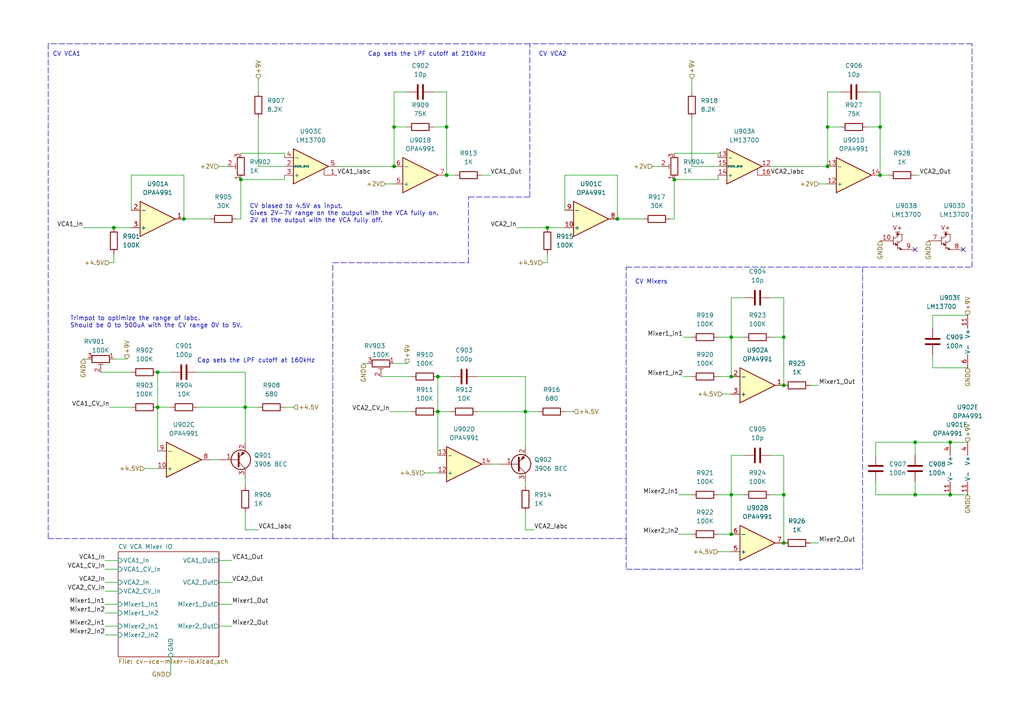
<source format=kicad_sch>
(kicad_sch (version 20211123) (generator eeschema)
  (paper "A4")
  (lib_symbols
    (symbol "Amplifier_Operational:LM13700" (pin_names (offset 0.127))
      (property "Reference" "U" (at 3.81 5.08 0))
      (property "Value" "LM13700" (at 5.08 -5.08 0))
      (symbol "LM13700_1_1"
        (polyline (pts (xy 3.81 -0.635) (xy 3.81 -2.54) (xy 5.08 -2.54)))
        (polyline (pts (xy 5.08 0) (xy -5.08 -5.08) (xy -5.08 5.08) (xy 5.08 0)) (stroke (width 0.254)) (fill (type background)))
        (pin output line (at 7.62 0 180) (length 2.54) (name "~") (number "12"))
        (pin input line (at -7.62 2.54 0) (length 2.54) (name "-") (number "13"))
        (pin input line (at -7.62 -2.54 0) (length 2.54) (name "+") (number "14"))
        (pin input line (at -7.62 0 0) (length 2.54) (name "DIODE_BIAS") (number "15"))
        (pin input line (at 7.62 -2.54 180) (length 2.54) (name "~") (number "16"))
      )
      (symbol "LM13700_2_0"
        (polyline (pts (xy -1.905 2.54) (xy -3.175 2.54)))
      )
      (symbol "LM13700_2_1"
        (circle (center -2.54 1.905) (radius 0.254) (stroke (width 0.254)) (fill (type outline)))
        (polyline (pts (xy -3.81 -0.635) (xy -2.54 -1.27)))
        (polyline (pts (xy -3.81 1.27) (xy -3.81 -1.27)))
        (polyline (pts (xy -2.54 -1.905) (xy -1.27 -2.54)))
        (polyline (pts (xy -2.54 0) (xy -2.54 -2.54)))
        (polyline (pts (xy -3.81 0.635) (xy -2.54 1.27) (xy -2.54 1.905) (xy -2.54 2.54)))
        (polyline (pts (xy -2.54 -1.27) (xy -3.175 -0.635) (xy -3.175 -1.27) (xy -2.54 -1.27)) (fill (type outline)))
        (polyline (pts (xy -2.54 -0.635) (xy -1.27 0) (xy -1.27 1.905) (xy -2.54 1.905)))
        (polyline (pts (xy -1.27 -2.54) (xy -1.905 -1.905) (xy -1.905 -2.54) (xy -1.27 -2.54)) (fill (type outline)))
        (text "V+" (at -2.54 3.81 0) (effects (font (size 1.27 1.27))))
        (pin input line (at -7.62 0 0) (length 3.81) (name "~") (number "10"))
        (pin output line (at 2.54 -2.54 180) (length 3.81) (name "~") (number "9"))
      )
      (symbol "LM13700_3_1"
        (polyline (pts (xy 3.81 -0.635) (xy 3.81 -2.54) (xy 5.08 -2.54)))
        (polyline (pts (xy 5.08 0) (xy -5.08 -5.08) (xy -5.08 5.08) (xy 5.08 0)) (stroke (width 0.254)) (fill (type background)))
        (pin input line (at 7.62 -2.54 180) (length 2.54) (name "~") (number "1"))
        (pin input line (at -7.62 0 0) (length 2.54) (name "DIODE_BIAS") (number "2"))
        (pin input line (at -7.62 -2.54 0) (length 2.54) (name "+") (number "3"))
        (pin input line (at -7.62 2.54 0) (length 2.54) (name "-") (number "4"))
        (pin output line (at 7.62 0 180) (length 2.54) (name "~") (number "5"))
      )
      (symbol "LM13700_4_0"
        (polyline (pts (xy -3.175 2.54) (xy -1.905 2.54)))
        (text "V+" (at -2.54 3.81 0) (effects (font (size 1.27 1.27))))
      )
      (symbol "LM13700_4_1"
        (circle (center -2.54 1.905) (radius 0.254) (stroke (width 0.254)) (fill (type outline)))
        (polyline (pts (xy -3.81 -0.635) (xy -2.54 -1.27)))
        (polyline (pts (xy -3.81 1.27) (xy -3.81 -1.27)))
        (polyline (pts (xy -2.54 -1.905) (xy -1.27 -2.54)))
        (polyline (pts (xy -2.54 0) (xy -2.54 -2.54)))
        (polyline (pts (xy -3.81 0.635) (xy -2.54 1.27) (xy -2.54 2.54)))
        (polyline (pts (xy -2.54 -1.27) (xy -3.175 -0.635) (xy -3.175 -1.27) (xy -2.54 -1.27)) (fill (type outline)))
        (polyline (pts (xy -2.54 -0.635) (xy -1.27 0) (xy -1.27 1.905) (xy -2.54 1.905)))
        (polyline (pts (xy -1.27 -2.54) (xy -1.905 -1.905) (xy -1.905 -2.54) (xy -1.27 -2.54)) (fill (type outline)))
        (pin input line (at -7.62 0 0) (length 3.81) (name "~") (number "7"))
        (pin output line (at 2.54 -2.54 180) (length 3.81) (name "~") (number "8"))
      )
      (symbol "LM13700_5_1"
        (pin power_in line (at -2.54 7.62 270) (length 3.81) (name "V+") (number "11"))
        (pin power_in line (at -2.54 -7.62 90) (length 3.81) (name "V-") (number "6"))
      )
    )
    (symbol "Amplifier_Operational:MCP6004" (pin_names (offset 0.127))
      (property "Reference" "U" (at 0 5.08 0))
      (property "Value" "MCP6004" (at 0 -5.08 0))
      (symbol "MCP6004_1_1"
        (polyline (pts (xy -5.08 5.08) (xy 5.08 0) (xy -5.08 -5.08) (xy -5.08 5.08)) (stroke (width 0.254)) (fill (type background)))
        (pin output line (at 7.62 0 180) (length 2.54) (name "~") (number "1"))
        (pin input line (at -7.62 -2.54 0) (length 2.54) (name "-") (number "2"))
        (pin input line (at -7.62 2.54 0) (length 2.54) (name "+") (number "3"))
      )
      (symbol "MCP6004_2_1"
        (polyline (pts (xy -5.08 5.08) (xy 5.08 0) (xy -5.08 -5.08) (xy -5.08 5.08)) (stroke (width 0.254)) (fill (type background)))
        (pin input line (at -7.62 2.54 0) (length 2.54) (name "+") (number "5"))
        (pin input line (at -7.62 -2.54 0) (length 2.54) (name "-") (number "6"))
        (pin output line (at 7.62 0 180) (length 2.54) (name "~") (number "7"))
      )
      (symbol "MCP6004_3_1"
        (polyline (pts (xy -5.08 5.08) (xy 5.08 0) (xy -5.08 -5.08) (xy -5.08 5.08)) (stroke (width 0.254)) (fill (type background)))
        (pin input line (at -7.62 2.54 0) (length 2.54) (name "+") (number "10"))
        (pin output line (at 7.62 0 180) (length 2.54) (name "~") (number "8"))
        (pin input line (at -7.62 -2.54 0) (length 2.54) (name "-") (number "9"))
      )
      (symbol "MCP6004_4_1"
        (polyline (pts (xy -5.08 5.08) (xy 5.08 0) (xy -5.08 -5.08) (xy -5.08 5.08)) (stroke (width 0.254)) (fill (type background)))
        (pin input line (at -7.62 2.54 0) (length 2.54) (name "+") (number "12"))
        (pin input line (at -7.62 -2.54 0) (length 2.54) (name "-") (number "13"))
        (pin output line (at 7.62 0 180) (length 2.54) (name "~") (number "14"))
      )
      (symbol "MCP6004_5_1"
        (pin power_in line (at -2.54 -7.62 90) (length 3.81) (name "V-") (number "11"))
        (pin power_in line (at -2.54 7.62 270) (length 3.81) (name "V+") (number "4"))
      )
    )
    (symbol "Device:C" (pin_numbers hide) (pin_names (offset 0.254))
      (property "Reference" "C" (at 0.635 2.54 0))
      (property "Value" "C" (at 0.635 -2.54 0))
      (symbol "C_0_1"
        (polyline (pts (xy -2.032 -0.762) (xy 2.032 -0.762)) (stroke (width 0.508)))
        (polyline (pts (xy -2.032 0.762) (xy 2.032 0.762)) (stroke (width 0.508)))
      )
      (symbol "C_1_1"
        (pin passive line (at 0 3.81 270) (length 2.794) (name "~") (number "1"))
        (pin passive line (at 0 -3.81 90) (length 2.794) (name "~") (number "2"))
      )
    )
    (symbol "Device:Q_PNP_BEC" (pin_names (offset 0) hide)
      (property "Reference" "Q" (at 5.08 1.27 0))
      (property "Value" "Q_PNP_BEC" (at 5.08 -1.27 0))
      (symbol "Q_PNP_BEC_0_1"
        (polyline (pts (xy 0.635 0.635) (xy 2.54 2.54)))
        (polyline (pts (xy 0.635 -0.635) (xy 2.54 -2.54) (xy 2.54 -2.54)))
        (polyline (pts (xy 0.635 1.905) (xy 0.635 -1.905) (xy 0.635 -1.905)) (stroke (width 0.508)))
        (polyline (pts (xy 2.286 -1.778) (xy 1.778 -2.286) (xy 1.27 -1.27) (xy 2.286 -1.778) (xy 2.286 -1.778)) (fill (type outline)))
        (circle (center 1.27 0) (radius 2.8194) (stroke (width 0.254)))
      )
      (symbol "Q_PNP_BEC_1_1"
        (pin input line (at -5.08 0 0) (length 5.715) (name "B") (number "1"))
        (pin passive line (at 2.54 -5.08 90) (length 2.54) (name "E") (number "2"))
        (pin passive line (at 2.54 5.08 270) (length 2.54) (name "C") (number "3"))
      )
    )
    (symbol "Device:R" (pin_numbers hide) (pin_names (offset 0))
      (property "Reference" "R" (at 2.032 0 90))
      (property "Value" "R" (at 0 0 90))
      (symbol "R_0_1"
        (rectangle (start -1.016 -2.54) (end 1.016 2.54) (stroke (width 0.254)))
      )
      (symbol "R_1_1"
        (pin passive line (at 0 3.81 270) (length 1.27) (name "~") (number "1"))
        (pin passive line (at 0 -3.81 90) (length 1.27) (name "~") (number "2"))
      )
    )
    (symbol "Device:R_Potentiometer_Trim" (pin_names (offset 1.016) hide)
      (property "Reference" "RV" (at -4.445 0 90))
      (property "Value" "R_Potentiometer_Trim" (at -2.54 0 90))
      (symbol "R_Potentiometer_Trim_0_1"
        (polyline (pts (xy 1.524 0.762) (xy 1.524 -0.762)))
        (polyline (pts (xy 2.54 0) (xy 1.524 0)))
        (rectangle (start 1.016 2.54) (end -1.016 -2.54) (stroke (width 0.254)))
      )
      (symbol "R_Potentiometer_Trim_1_1"
        (pin passive line (at 0 3.81 270) (length 1.27) (name "1") (number "1"))
        (pin passive line (at 3.81 0 180) (length 1.27) (name "2") (number "2"))
        (pin passive line (at 0 -3.81 90) (length 1.27) (name "3") (number "3"))
      )
    )
  )
  (junction (at 71.12 118.11))
  (junction (at 240.03 36.83))
  (junction (at 114.3 48.26))
  (junction (at 69.85 52.07))
  (junction (at 227.33 97.79))
  (junction (at 212.09 154.94))
  (junction (at 212.09 143.51))
  (junction (at 265.43 128.27))
  (junction (at 195.58 52.07))
  (junction (at 179.07 63.5))
  (junction (at 255.27 50.8))
  (junction (at 129.54 50.8))
  (junction (at 255.27 36.83))
  (junction (at 275.59 128.27))
  (junction (at 212.09 109.22))
  (junction (at 129.54 36.83))
  (junction (at 227.33 111.76))
  (junction (at 45.72 107.95))
  (junction (at 53.34 63.5))
  (junction (at 127 109.22))
  (junction (at 158.75 66.04))
  (junction (at 240.03 48.26))
  (junction (at 227.33 157.48))
  (junction (at 265.43 143.51))
  (junction (at 45.72 118.11))
  (junction (at 114.3 36.83))
  (junction (at 33.02 66.04))
  (junction (at 212.09 97.79))
  (junction (at 227.33 143.51))
  (junction (at 275.59 143.51))
  (junction (at 127 119.38))
  (junction (at 152.4 119.38))
  (no_connect (at 265.43 72.39))
  (no_connect (at 279.4 72.39))
  (wire (pts (xy 227.33 132.08) (xy 227.33 143.51)))
  (wire (pts (xy 30.48 171.45) (xy 34.29 171.45)))
  (wire (pts (xy 227.33 86.36) (xy 223.52 86.36)))
  (wire (pts (xy 69.85 52.07) (xy 69.85 63.5)))
  (wire (pts (xy 270.51 102.87) (xy 270.51 106.68)))
  (wire (pts (xy 53.34 50.8) (xy 53.34 63.5)))
  (wire (pts (xy 127 109.22) (xy 130.81 109.22)))
  (wire (pts (xy 265.43 143.51) (xy 275.59 143.51)))
  (wire (pts (xy 57.15 118.11) (xy 71.12 118.11)))
  (wire (pts (xy 29.21 107.95) (xy 38.1 107.95)))
  (wire (pts (xy 129.54 36.83) (xy 129.54 50.8)))
  (wire (pts (xy 240.03 36.83) (xy 243.84 36.83)))
  (wire (pts (xy 254 139.7) (xy 254 143.51)))
  (wire (pts (xy 106.68 105.41) (xy 105.41 105.41)))
  (wire (pts (xy 195.58 44.45) (xy 208.28 44.45)))
  (wire (pts (xy 125.73 36.83) (xy 129.54 36.83)))
  (wire (pts (xy 196.85 154.94) (xy 200.66 154.94)))
  (wire (pts (xy 30.48 184.15) (xy 34.29 184.15)))
  (wire (pts (xy 71.12 138.43) (xy 71.12 140.97)))
  (polyline (pts (xy 181.61 156.21) (xy 181.61 77.47)))
  (wire (pts (xy 63.5 181.61) (xy 67.31 181.61)))
  (wire (pts (xy 240.03 26.67) (xy 240.03 36.83)))
  (wire (pts (xy 200.66 22.86) (xy 200.66 26.67)))
  (wire (pts (xy 53.34 63.5) (xy 60.96 63.5)))
  (wire (pts (xy 152.4 119.38) (xy 152.4 129.54)))
  (wire (pts (xy 114.3 48.26) (xy 114.3 36.83)))
  (wire (pts (xy 118.11 26.67) (xy 114.3 26.67)))
  (wire (pts (xy 30.48 181.61) (xy 34.29 181.61)))
  (wire (pts (xy 63.5 48.26) (xy 66.04 48.26)))
  (wire (pts (xy 71.12 118.11) (xy 74.93 118.11)))
  (polyline (pts (xy 250.19 77.47) (xy 250.19 165.1)))
  (wire (pts (xy 71.12 148.59) (xy 71.12 153.67)))
  (wire (pts (xy 71.12 107.95) (xy 71.12 118.11)))
  (wire (pts (xy 251.46 36.83) (xy 255.27 36.83)))
  (polyline (pts (xy 281.94 12.7) (xy 153.67 12.7)))
  (wire (pts (xy 63.5 175.26) (xy 67.31 175.26)))
  (wire (pts (xy 194.31 63.5) (xy 195.58 63.5)))
  (wire (pts (xy 212.09 97.79) (xy 212.09 109.22)))
  (wire (pts (xy 195.58 52.07) (xy 208.28 52.07)))
  (wire (pts (xy 223.52 132.08) (xy 227.33 132.08)))
  (polyline (pts (xy 153.67 12.7) (xy 13.97 12.7)))
  (wire (pts (xy 114.3 36.83) (xy 118.11 36.83)))
  (wire (pts (xy 45.72 107.95) (xy 49.53 107.95)))
  (wire (pts (xy 123.19 137.16) (xy 127 137.16)))
  (wire (pts (xy 280.67 91.44) (xy 270.51 91.44)))
  (wire (pts (xy 152.4 109.22) (xy 152.4 119.38)))
  (wire (pts (xy 139.7 50.8) (xy 142.24 50.8)))
  (wire (pts (xy 208.28 160.02) (xy 212.09 160.02)))
  (wire (pts (xy 158.75 73.66) (xy 158.75 76.2)))
  (wire (pts (xy 45.72 107.95) (xy 45.72 118.11)))
  (wire (pts (xy 45.72 118.11) (xy 49.53 118.11)))
  (polyline (pts (xy 181.61 156.21) (xy 181.61 165.1)))
  (wire (pts (xy 63.5 168.91) (xy 67.31 168.91)))
  (wire (pts (xy 152.4 139.7) (xy 152.4 140.97)))
  (wire (pts (xy 223.52 143.51) (xy 227.33 143.51)))
  (wire (pts (xy 270.51 91.44) (xy 270.51 95.25)))
  (wire (pts (xy 227.33 143.51) (xy 227.33 157.48)))
  (polyline (pts (xy 135.89 76.2) (xy 135.89 57.15)))
  (wire (pts (xy 24.13 66.04) (xy 33.02 66.04)))
  (wire (pts (xy 71.12 118.11) (xy 71.12 128.27)))
  (wire (pts (xy 275.59 128.27) (xy 280.67 128.27)))
  (wire (pts (xy 30.48 165.1) (xy 34.29 165.1)))
  (wire (pts (xy 30.48 177.8) (xy 34.29 177.8)))
  (wire (pts (xy 82.55 44.45) (xy 82.55 45.72)))
  (wire (pts (xy 152.4 153.67) (xy 154.94 153.67)))
  (wire (pts (xy 82.55 52.07) (xy 82.55 50.8)))
  (wire (pts (xy 198.12 97.79) (xy 200.66 97.79)))
  (wire (pts (xy 179.07 63.5) (xy 186.69 63.5)))
  (wire (pts (xy 82.55 118.11) (xy 85.09 118.11)))
  (wire (pts (xy 189.23 48.26) (xy 191.77 48.26)))
  (wire (pts (xy 265.43 50.8) (xy 266.7 50.8)))
  (wire (pts (xy 125.73 26.67) (xy 129.54 26.67)))
  (wire (pts (xy 149.86 66.04) (xy 158.75 66.04)))
  (wire (pts (xy 110.49 109.22) (xy 119.38 109.22)))
  (wire (pts (xy 243.84 26.67) (xy 240.03 26.67)))
  (wire (pts (xy 69.85 52.07) (xy 82.55 52.07)))
  (wire (pts (xy 255.27 36.83) (xy 255.27 50.8)))
  (wire (pts (xy 30.48 162.56) (xy 34.29 162.56)))
  (polyline (pts (xy 281.94 77.47) (xy 281.94 12.7)))
  (polyline (pts (xy 135.89 57.15) (xy 153.67 57.15)))
  (wire (pts (xy 74.93 22.86) (xy 74.93 26.67)))
  (wire (pts (xy 142.24 134.62) (xy 144.78 134.62)))
  (wire (pts (xy 254 143.51) (xy 265.43 143.51)))
  (wire (pts (xy 57.15 107.95) (xy 71.12 107.95)))
  (wire (pts (xy 208.28 52.07) (xy 208.28 50.8)))
  (wire (pts (xy 138.43 119.38) (xy 152.4 119.38)))
  (polyline (pts (xy 153.67 57.15) (xy 153.67 12.7)))
  (wire (pts (xy 212.09 143.51) (xy 215.9 143.51)))
  (wire (pts (xy 152.4 119.38) (xy 156.21 119.38)))
  (wire (pts (xy 41.91 135.89) (xy 45.72 135.89)))
  (wire (pts (xy 179.07 50.8) (xy 179.07 63.5)))
  (wire (pts (xy 69.85 44.45) (xy 82.55 44.45)))
  (wire (pts (xy 215.9 86.36) (xy 212.09 86.36)))
  (polyline (pts (xy 13.97 156.21) (xy 96.52 156.21)))
  (wire (pts (xy 208.28 154.94) (xy 212.09 154.94)))
  (wire (pts (xy 68.58 63.5) (xy 69.85 63.5)))
  (wire (pts (xy 208.28 143.51) (xy 212.09 143.51)))
  (wire (pts (xy 209.55 114.3) (xy 212.09 114.3)))
  (polyline (pts (xy 13.97 12.7) (xy 13.97 156.21)))
  (wire (pts (xy 38.1 60.96) (xy 38.1 50.8)))
  (polyline (pts (xy 181.61 165.1) (xy 250.19 165.1)))
  (wire (pts (xy 152.4 148.59) (xy 152.4 153.67)))
  (wire (pts (xy 212.09 97.79) (xy 215.9 97.79)))
  (wire (pts (xy 200.66 48.26) (xy 208.28 48.26)))
  (wire (pts (xy 71.12 153.67) (xy 74.93 153.67)))
  (polyline (pts (xy 96.52 156.21) (xy 181.61 156.21)))
  (wire (pts (xy 25.4 104.14) (xy 24.13 104.14)))
  (wire (pts (xy 208.28 109.22) (xy 212.09 109.22)))
  (wire (pts (xy 215.9 132.08) (xy 212.09 132.08)))
  (wire (pts (xy 31.75 76.2) (xy 33.02 76.2)))
  (wire (pts (xy 111.76 53.34) (xy 114.3 53.34)))
  (wire (pts (xy 74.93 48.26) (xy 82.55 48.26)))
  (wire (pts (xy 255.27 26.67) (xy 255.27 36.83)))
  (wire (pts (xy 275.59 143.51) (xy 280.67 143.51)))
  (wire (pts (xy 38.1 50.8) (xy 53.34 50.8)))
  (wire (pts (xy 30.48 168.91) (xy 34.29 168.91)))
  (wire (pts (xy 114.3 26.67) (xy 114.3 36.83)))
  (wire (pts (xy 237.49 53.34) (xy 240.03 53.34)))
  (polyline (pts (xy 96.52 156.21) (xy 96.52 76.2)))
  (wire (pts (xy 36.83 104.14) (xy 33.02 104.14)))
  (wire (pts (xy 251.46 26.67) (xy 255.27 26.67)))
  (wire (pts (xy 255.27 50.8) (xy 257.81 50.8)))
  (wire (pts (xy 157.48 76.2) (xy 158.75 76.2)))
  (wire (pts (xy 198.12 109.22) (xy 200.66 109.22)))
  (wire (pts (xy 275.59 128.27) (xy 265.43 128.27)))
  (polyline (pts (xy 96.52 76.2) (xy 135.89 76.2)))
  (polyline (pts (xy 181.61 77.47) (xy 281.94 77.47)))
  (wire (pts (xy 270.51 106.68) (xy 280.67 106.68)))
  (wire (pts (xy 223.52 48.26) (xy 240.03 48.26)))
  (wire (pts (xy 212.09 86.36) (xy 212.09 97.79)))
  (wire (pts (xy 227.33 111.76) (xy 227.33 97.79)))
  (wire (pts (xy 195.58 52.07) (xy 195.58 63.5)))
  (wire (pts (xy 127 119.38) (xy 130.81 119.38)))
  (wire (pts (xy 234.95 157.48) (xy 237.49 157.48)))
  (wire (pts (xy 254 128.27) (xy 265.43 128.27)))
  (wire (pts (xy 30.48 175.26) (xy 34.29 175.26)))
  (wire (pts (xy 212.09 132.08) (xy 212.09 143.51)))
  (wire (pts (xy 223.52 97.79) (xy 227.33 97.79)))
  (wire (pts (xy 163.83 119.38) (xy 166.37 119.38)))
  (wire (pts (xy 265.43 128.27) (xy 265.43 132.08)))
  (wire (pts (xy 118.11 105.41) (xy 114.3 105.41)))
  (wire (pts (xy 33.02 73.66) (xy 33.02 76.2)))
  (wire (pts (xy 265.43 139.7) (xy 265.43 143.51)))
  (wire (pts (xy 158.75 66.04) (xy 163.83 66.04)))
  (wire (pts (xy 60.96 133.35) (xy 63.5 133.35)))
  (wire (pts (xy 127 119.38) (xy 127 132.08)))
  (wire (pts (xy 74.93 34.29) (xy 74.93 48.26)))
  (wire (pts (xy 45.72 118.11) (xy 45.72 130.81)))
  (wire (pts (xy 240.03 48.26) (xy 240.03 36.83)))
  (wire (pts (xy 208.28 97.79) (xy 212.09 97.79)))
  (wire (pts (xy 31.75 118.11) (xy 38.1 118.11)))
  (wire (pts (xy 200.66 34.29) (xy 200.66 48.26)))
  (wire (pts (xy 127 109.22) (xy 127 119.38)))
  (wire (pts (xy 129.54 26.67) (xy 129.54 36.83)))
  (wire (pts (xy 163.83 60.96) (xy 163.83 50.8)))
  (wire (pts (xy 97.79 48.26) (xy 114.3 48.26)))
  (wire (pts (xy 49.53 190.5) (xy 49.53 195.58)))
  (wire (pts (xy 163.83 50.8) (xy 179.07 50.8)))
  (wire (pts (xy 208.28 44.45) (xy 208.28 45.72)))
  (wire (pts (xy 129.54 50.8) (xy 132.08 50.8)))
  (wire (pts (xy 138.43 109.22) (xy 152.4 109.22)))
  (wire (pts (xy 33.02 66.04) (xy 38.1 66.04)))
  (wire (pts (xy 196.85 143.51) (xy 200.66 143.51)))
  (wire (pts (xy 63.5 162.56) (xy 67.31 162.56)))
  (wire (pts (xy 234.95 111.76) (xy 237.49 111.76)))
  (wire (pts (xy 113.03 119.38) (xy 119.38 119.38)))
  (wire (pts (xy 254 128.27) (xy 254 132.08)))
  (wire (pts (xy 212.09 143.51) (xy 212.09 154.94)))
  (wire (pts (xy 227.33 97.79) (xy 227.33 86.36)))
  (text "Cap sets the LPF cutoff at 160kHz" (at 57.15 105.41 0) (effects (font (size 1.27 1.27)) (justify left bottom)))
  (text "Trimpot to optimize the range of Iabc.\nShould be 0 to 500uA with the CV range 0V to 5V." (at 20.32 95.25 0) (effects (font (size 1.27 1.27)) (justify left bottom)))
  (text "CV VCA1" (at 15.24 16.51 0) (effects (font (size 1.27 1.27)) (justify left bottom)))
  (text "CV Mixers" (at 184.15 82.55 0) (effects (font (size 1.27 1.27)) (justify left bottom)))
  (text "Cap sets the LPF cutoff at 210kHz" (at 106.68 16.51 0) (effects (font (size 1.27 1.27)) (justify left bottom)))
  (text "CV biased to 4.5V as input.\nGives 2V-7V range on the output with the VCA fully on.\n2V at the output with the VCA fully off." (at 72.39 64.77 0) (effects (font (size 1.27 1.27)) (justify left bottom)))
  (text "CV VCA2" (at 156.21 16.51 0) (effects (font (size 1.27 1.27)) (justify left bottom)))
  (label "VCA2_In" (at 30.48 168.91 180))
  (label "Mixer1_In2" (at 198.12 109.22 180))
  (label "Mixer1_In2" (at 30.48 177.8 180))
  (label "VCA2_Iabc" (at 154.94 153.67 0))
  (label "Mixer1_In1" (at 198.12 97.79 180))
  (label "VCA1_CV_In" (at 31.75 118.11 180))
  (label "Mixer2_Out" (at 67.31 181.61 0))
  (label "VCA2_Out" (at 67.31 168.91 0))
  (label "Mixer2_In2" (at 196.85 154.94 180))
  (label "VCA1_In" (at 30.48 162.56 180))
  (label "Mixer1_In1" (at 30.48 175.26 180))
  (label "VCA1_Out" (at 142.24 50.8 0))
  (label "VCA2_Out" (at 266.7 50.8 0))
  (label "VCA1_CV_In" (at 30.48 165.1 180))
  (label "VCA1_Iabc" (at 97.79 50.8 0))
  (label "VCA1_Out" (at 67.31 162.56 0))
  (label "VCA1_Iabc" (at 74.93 153.67 0))
  (label "VCA2_Iabc" (at 223.52 50.8 0))
  (label "Mixer2_In1" (at 196.85 143.51 180))
  (label "Mixer2_In1" (at 30.48 181.61 180))
  (label "Mixer2_Out" (at 237.49 157.48 0))
  (label "VCA2_CV_In" (at 113.03 119.38 180))
  (label "VCA1_In" (at 24.13 66.04 180))
  (label "Mixer1_Out" (at 237.49 111.76 0))
  (label "Mixer1_Out" (at 67.31 175.26 0))
  (label "VCA2_In" (at 149.86 66.04 180))
  (label "VCA2_CV_In" (at 30.48 171.45 180))
  (label "Mixer2_In2" (at 30.48 184.15 180))
  (hierarchical_label "+2V" (shape input) (at 63.5 48.26 180))
  (hierarchical_label "+4.5V" (shape input) (at 85.09 118.11 0))
  (hierarchical_label "+4.5V" (shape input) (at 166.37 119.38 0))
  (hierarchical_label "+2V" (shape input) (at 111.76 53.34 180))
  (hierarchical_label "+9V" (shape input) (at 280.67 128.27 90))
  (hierarchical_label "GND" (shape input) (at 105.41 105.41 270))
  (hierarchical_label "+4.5V" (shape input) (at 31.75 76.2 180))
  (hierarchical_label "+9V" (shape input) (at 118.11 105.41 90))
  (hierarchical_label "GND" (shape input) (at 280.67 106.68 270))
  (hierarchical_label "+9V" (shape input) (at 74.93 22.86 90))
  (hierarchical_label "+4.5V" (shape input) (at 157.48 76.2 180))
  (hierarchical_label "GND" (shape input) (at 269.24 69.85 270))
  (hierarchical_label "+2V" (shape input) (at 189.23 48.26 180))
  (hierarchical_label "+4.5V" (shape input) (at 208.28 160.02 180))
  (hierarchical_label "+4.5V" (shape input) (at 41.91 135.89 180))
  (hierarchical_label "GND" (shape input) (at 24.13 104.14 270))
  (hierarchical_label "GND" (shape input) (at 49.53 195.58 180))
  (hierarchical_label "+4.5V" (shape input) (at 209.55 114.3 180))
  (hierarchical_label "+4.5V" (shape input) (at 123.19 137.16 180))
  (hierarchical_label "+9V" (shape input) (at 280.67 91.44 90))
  (hierarchical_label "+2V" (shape input) (at 237.49 53.34 180))
  (hierarchical_label "GND" (shape input) (at 280.67 143.51 270))
  (hierarchical_label "GND" (shape input) (at 255.27 69.85 270))
  (hierarchical_label "+9V" (shape input) (at 200.66 22.86 90))
  (hierarchical_label "+9V" (shape input) (at 36.83 104.14 90))
  (symbol (lib_id "Device:R") (at 64.77 63.5 90) (unit 1)
    (property "Reference" "R905" (at 64.77 57.15 90))
    (property "Value" "30K" (at 64.77 59.69 90))
    (property "Footprint" "Resistor_SMD:R_0603_1608Metric_Pad0.98x0.95mm_HandSolder" (effects hide))
    (property "LCSC" "C2907025" (effects hide))
  )
  (symbol (lib_id "Device:C") (at 134.62 109.22 90) (unit 1)
    (property "Reference" "C903" (at 134.62 101.6 90))
    (property "Value" "100p" (at 134.62 104.14 90))
    (property "Footprint" "Capacitor_SMD:C_0603_1608Metric_Pad1.08x0.95mm_HandSolder" (effects hide))
    (property "LCSC" "C160903" (effects hide))
    (property "Role" "opamp-filter" (effects hide))
  )
  (symbol (lib_id "Amplifier_Operational:MCP6004") (at 171.45 63.5 0) (mirror x) (unit 3)
    (property "Reference" "U901" (at 171.45 53.34 0))
    (property "Value" "OPA4991" (at 171.45 55.88 0))
    (property "Footprint" "Package_SO:SOIC-14_3.9x8.7mm_P1.27mm" (effects hide))
    (property "Datasheet" "http://ww1.microchip.com/downloads/en/DeviceDoc/21733j.pdf" (effects hide))
    (property "LCSC" "C2860973" (effects hide))
  )
  (symbol (lib_id "Amplifier_Operational:MCP6004") (at 45.72 63.5 0) (mirror x) (unit 1)
    (property "Reference" "U901" (at 45.72 53.34 0))
    (property "Value" "OPA4991" (at 45.72 55.88 0))
    (property "Footprint" "Package_SO:SOIC-14_3.9x8.7mm_P1.27mm" (effects hide))
    (property "Datasheet" "http://ww1.microchip.com/downloads/en/DeviceDoc/21733j.pdf" (effects hide))
    (property "LCSC" "C2860973" (effects hide))
  )
  (symbol (lib_id "Amplifier_Operational:MCP6004") (at 278.13 135.89 0) (unit 5)
    (property "Reference" "U901" (at 274.32 123.19 0) (effects (justify left)))
    (property "Value" "OPA4991" (at 270.51 125.73 0) (effects (justify left)))
    (property "Footprint" "Package_SO:SOIC-14_3.9x8.7mm_P1.27mm" (effects hide))
    (property "Datasheet" "http://ww1.microchip.com/downloads/en/DeviceDoc/21733j.pdf" (effects hide))
    (property "LCSC" "C2860973" (effects hide))
  )
  (symbol (lib_id "Device:R") (at 247.65 36.83 90) (unit 1)
    (property "Reference" "R927" (at 247.65 30.48 90))
    (property "Value" "75K" (at 247.65 33.02 90))
    (property "Footprint" "Resistor_SMD:R_0603_1608Metric_Pad0.98x0.95mm_HandSolder" (effects hide))
    (property "LCSC" "C101185" (effects hide))
  )
  (symbol (lib_id "Device:R") (at 190.5 63.5 90) (unit 1)
    (property "Reference" "R917" (at 190.5 57.15 90))
    (property "Value" "30K" (at 190.5 59.69 90))
    (property "Footprint" "Resistor_SMD:R_0603_1608Metric_Pad0.98x0.95mm_HandSolder" (effects hide))
    (property "LCSC" "C2907025" (effects hide))
  )
  (symbol (lib_id "Amplifier_Operational:LM13700") (at 276.86 69.85 0) (unit 4)
    (property "Reference" "U903" (at 276.86 59.69 0))
    (property "Value" "LM13700" (at 276.86 62.23 0))
    (property "Footprint" "Package_SO:SOIC-16_3.9x9.9mm_P1.27mm" (effects hide))
    (property "Datasheet" "http://www.ti.com/lit/ds/symlink/lm13700.pdf" (effects hide))
    (property "LCSC" "C174050" (effects hide))
  )
  (symbol (lib_id "Amplifier_Operational:LM13700") (at 215.9 48.26 0) (unit 1)
    (property "Reference" "U903" (at 215.9 38.1 0))
    (property "Value" "LM13700" (at 215.9 40.64 0))
    (property "Footprint" "Package_SO:SOIC-16_3.9x9.9mm_P1.27mm" (effects hide))
    (property "Datasheet" "http://www.ti.com/lit/ds/symlink/lm13700.pdf" (effects hide))
    (property "LCSC" "C174050" (effects hide))
  )
  (symbol (lib_id "Device:R") (at 135.89 50.8 90) (unit 1)
    (property "Reference" "R913" (at 135.89 44.45 90))
    (property "Value" "1K" (at 135.89 46.99 90))
    (property "Footprint" "Resistor_SMD:R_0603_1608Metric_Pad0.98x0.95mm_HandSolder" (effects hide))
    (property "LCSC" "C2907002" (effects hide))
  )
  (symbol (lib_id "Device:R") (at 219.71 97.79 90) (unit 1)
    (property "Reference" "R923" (at 219.71 91.44 90))
    (property "Value" "100K" (at 219.71 93.98 90))
    (property "Footprint" "Resistor_SMD:R_0603_1608Metric_Pad0.98x0.95mm_HandSolder" (effects hide))
    (property "LCSC" "C14675" (effects hide))
  )
  (symbol (lib_id "Amplifier_Operational:MCP6004") (at 283.21 135.89 0) (unit 5)
    (property "Reference" "U902" (at 280.67 118.11 0))
    (property "Value" "OPA4991" (at 280.67 120.65 0))
    (property "Footprint" "Package_SO:SOIC-14_3.9x8.7mm_P1.27mm" (effects hide))
    (property "Datasheet" "http://ww1.microchip.com/downloads/en/DeviceDoc/21733j.pdf" (effects hide))
    (property "LCSC" "C2860973" (effects hide))
  )
  (symbol (lib_id "Device:R") (at 204.47 109.22 90) (unit 1)
    (property "Reference" "R920" (at 204.47 102.87 90))
    (property "Value" "100K" (at 204.47 105.41 90))
    (property "Footprint" "Resistor_SMD:R_0603_1608Metric_Pad0.98x0.95mm_HandSolder" (effects hide))
    (property "LCSC" "C14675" (effects hide))
  )
  (symbol (lib_id "Device:C") (at 219.71 132.08 90) (unit 1)
    (property "Reference" "C905" (at 219.71 124.46 90))
    (property "Value" "10p" (at 219.71 127 90))
    (property "Footprint" "Capacitor_SMD:C_0603_1608Metric_Pad1.08x0.95mm_HandSolder" (effects hide))
    (property "LCSC" "C91367" (effects hide))
    (property "Role" "opamp-filter" (effects hide))
  )
  (symbol (lib_id "Device:R") (at 78.74 118.11 90) (unit 1)
    (property "Reference" "R908" (at 78.74 111.76 90))
    (property "Value" "680" (at 78.74 114.3 90))
    (property "Footprint" "Resistor_SMD:R_0603_1608Metric_Pad0.98x0.95mm_HandSolder" (effects hide))
    (property "LCSC" "C328372" (effects hide))
  )
  (symbol (lib_id "Device:R") (at 261.62 50.8 90) (unit 1)
    (property "Reference" "R928" (at 261.62 44.45 90))
    (property "Value" "1K" (at 261.62 46.99 90))
    (property "Footprint" "Resistor_SMD:R_0603_1608Metric_Pad0.98x0.95mm_HandSolder" (effects hide))
    (property "LCSC" "C2907002" (effects hide))
  )
  (symbol (lib_id "Device:C") (at 254 135.89 0) (unit 1)
    (property "Reference" "C907" (at 257.81 134.6199 0) (effects (justify left)))
    (property "Value" "100n" (at 257.81 137.1599 0) (effects (justify left)))
    (property "Footprint" "Capacitor_SMD:C_0603_1608Metric_Pad1.08x0.95mm_HandSolder" (effects hide))
    (property "LCSC" "C497032" (effects hide))
    (property "Role" "ic-bypass" (effects hide))
  )
  (symbol (lib_id "Device:R") (at 158.75 69.85 180) (unit 1)
    (property "Reference" "R915" (at 161.29 68.5799 0) (effects (justify right)))
    (property "Value" "100K" (at 161.29 71.1199 0) (effects (justify right)))
    (property "Footprint" "Resistor_SMD:R_0603_1608Metric_Pad0.98x0.95mm_HandSolder" (effects hide))
    (property "LCSC" "C14675" (effects hide))
  )
  (symbol (lib_id "Amplifier_Operational:MCP6004") (at 219.71 157.48 0) (mirror x) (unit 2)
    (property "Reference" "U902" (at 219.71 147.32 0))
    (property "Value" "OPA4991" (at 219.71 149.86 0))
    (property "Footprint" "Package_SO:SOIC-14_3.9x8.7mm_P1.27mm" (effects hide))
    (property "Datasheet" "http://ww1.microchip.com/downloads/en/DeviceDoc/21733j.pdf" (effects hide))
    (property "LCSC" "C2860973" (effects hide))
  )
  (symbol (lib_id "Device:C") (at 265.43 135.89 0) (unit 1)
    (property "Reference" "C908" (at 269.24 134.6199 0) (effects (justify left)))
    (property "Value" "100n" (at 269.24 137.1599 0) (effects (justify left)))
    (property "Footprint" "Capacitor_SMD:C_0603_1608Metric_Pad1.08x0.95mm_HandSolder" (effects hide))
    (property "LCSC" "C497032" (effects hide))
    (property "Role" "ic-bypass" (effects hide))
  )
  (symbol (lib_id "Device:R_Potentiometer_Trim") (at 69.85 48.26 180) (unit 1)
    (property "Reference" "RV902" (at 72.39 46.9899 0) (effects (justify right)))
    (property "Value" "1K" (at 72.39 49.5299 0) (effects (justify right)))
    (property "Footprint" "Potentiometer_SMD:Potentiometer_Bourns_3314J_Vertical" (effects hide))
    (property "LCSC" "C124615" (effects hide))
  )
  (symbol (lib_id "Device:C") (at 219.71 86.36 90) (unit 1)
    (property "Reference" "C904" (at 219.71 78.74 90))
    (property "Value" "10p" (at 219.71 81.28 90))
    (property "Footprint" "Capacitor_SMD:C_0603_1608Metric_Pad1.08x0.95mm_HandSolder" (effects hide))
    (property "LCSC" "C91367" (effects hide))
    (property "Role" "opamp-filter" (effects hide))
  )
  (symbol (lib_id "Device:R") (at 74.93 30.48 0) (unit 1)
    (property "Reference" "R907" (at 77.47 29.2099 0) (effects (justify left)))
    (property "Value" "8.2K" (at 77.47 31.7499 0) (effects (justify left)))
    (property "Footprint" "Resistor_SMD:R_0603_1608Metric_Pad0.98x0.95mm_HandSolder" (effects hide))
    (property "LCSC" "C188034" (effects hide))
  )
  (symbol (lib_id "Device:R") (at 41.91 118.11 90) (unit 1)
    (property "Reference" "R903" (at 41.91 111.76 90))
    (property "Value" "100K" (at 41.91 114.3 90))
    (property "Footprint" "Resistor_SMD:R_0603_1608Metric_Pad0.98x0.95mm_HandSolder" (effects hide))
    (property "LCSC" "C14675" (effects hide))
  )
  (symbol (lib_id "Device:R") (at 134.62 119.38 90) (unit 1)
    (property "Reference" "R912" (at 134.62 113.03 90))
    (property "Value" "10K" (at 134.62 115.57 90))
    (property "Footprint" "Resistor_SMD:R_0603_1608Metric_Pad0.98x0.95mm_HandSolder" (effects hide))
    (property "LCSC" "C98220" (effects hide))
  )
  (symbol (lib_id "Device:R") (at 123.19 109.22 90) (unit 1)
    (property "Reference" "R910" (at 123.19 102.87 90))
    (property "Value" "100K" (at 123.19 105.41 90))
    (property "Footprint" "Resistor_SMD:R_0603_1608Metric_Pad0.98x0.95mm_HandSolder" (effects hide))
    (property "LCSC" "C14675" (effects hide))
  )
  (symbol (lib_id "Device:R") (at 204.47 154.94 90) (unit 1)
    (property "Reference" "R922" (at 204.47 148.59 90))
    (property "Value" "100K" (at 204.47 151.13 90))
    (property "Footprint" "Resistor_SMD:R_0603_1608Metric_Pad0.98x0.95mm_HandSolder" (effects hide))
    (property "LCSC" "C14675" (effects hide))
  )
  (symbol (lib_id "Device:R") (at 204.47 143.51 90) (unit 1)
    (property "Reference" "R921" (at 204.47 137.16 90))
    (property "Value" "100K" (at 204.47 139.7 90))
    (property "Footprint" "Resistor_SMD:R_0603_1608Metric_Pad0.98x0.95mm_HandSolder" (effects hide))
    (property "LCSC" "C14675" (effects hide))
  )
  (symbol (lib_id "Device:R") (at 33.02 69.85 180) (unit 1)
    (property "Reference" "R901" (at 35.56 68.5799 0) (effects (justify right)))
    (property "Value" "100K" (at 35.56 71.1199 0) (effects (justify right)))
    (property "Footprint" "Resistor_SMD:R_0603_1608Metric_Pad0.98x0.95mm_HandSolder" (effects hide))
    (property "LCSC" "C14675" (effects hide))
  )
  (symbol (lib_id "Amplifier_Operational:MCP6004") (at 134.62 134.62 0) (mirror x) (unit 4)
    (property "Reference" "U902" (at 134.62 124.46 0))
    (property "Value" "OPA4991" (at 134.62 127 0))
    (property "Footprint" "Package_SO:SOIC-14_3.9x8.7mm_P1.27mm" (effects hide))
    (property "Datasheet" "http://ww1.microchip.com/downloads/en/DeviceDoc/21733j.pdf" (effects hide))
    (property "LCSC" "C2860973" (effects hide))
  )
  (symbol (lib_id "Device:C") (at 247.65 26.67 270) (unit 1)
    (property "Reference" "C906" (at 247.65 19.05 90))
    (property "Value" "10p" (at 247.65 21.59 90))
    (property "Footprint" "Capacitor_SMD:C_0603_1608Metric_Pad1.08x0.95mm_HandSolder" (effects hide))
    (property "LCSC" "C91367" (effects hide))
    (property "Role" "opamp-filter" (effects hide))
  )
  (symbol (lib_id "Device:R") (at 200.66 30.48 0) (unit 1)
    (property "Reference" "R918" (at 203.2 29.2099 0) (effects (justify left)))
    (property "Value" "8.2K" (at 203.2 31.7499 0) (effects (justify left)))
    (property "Footprint" "Resistor_SMD:R_0603_1608Metric_Pad0.98x0.95mm_HandSolder" (effects hide))
    (property "LCSC" "C188034" (effects hide))
  )
  (symbol (lib_id "Device:R") (at 231.14 111.76 90) (unit 1)
    (property "Reference" "R925" (at 231.14 105.41 90))
    (property "Value" "1K" (at 231.14 107.95 90))
    (property "Footprint" "Resistor_SMD:R_0603_1608Metric_Pad0.98x0.95mm_HandSolder" (effects hide))
    (property "LCSC" "C2907002" (effects hide))
  )
  (symbol (lib_id "Amplifier_Operational:LM13700") (at 90.17 48.26 0) (unit 3)
    (property "Reference" "U903" (at 90.17 38.1 0))
    (property "Value" "LM13700" (at 90.17 40.64 0))
    (property "Footprint" "Package_SO:SOIC-16_3.9x9.9mm_P1.27mm" (effects hide))
    (property "Datasheet" "http://www.ti.com/lit/ds/symlink/lm13700.pdf" (effects hide))
    (property "LCSC" "C174050" (effects hide))
  )
  (symbol (lib_id "Device:C") (at 53.34 107.95 90) (unit 1)
    (property "Reference" "C901" (at 53.34 100.33 90))
    (property "Value" "100p" (at 53.34 102.87 90))
    (property "Footprint" "Capacitor_SMD:C_0603_1608Metric_Pad1.08x0.95mm_HandSolder" (effects hide))
    (property "LCSC" "C160903" (effects hide))
    (property "Role" "opamp-filter" (effects hide))
  )
  (symbol (lib_id "Device:R_Potentiometer_Trim") (at 110.49 105.41 270) (unit 1)
    (property "Reference" "RV903" (at 111.76 100.33 90) (effects (justify right)))
    (property "Value" "100K" (at 113.03 102.87 90) (effects (justify right)))
    (property "Footprint" "Potentiometer_SMD:Potentiometer_Bourns_3314J_Vertical" (effects hide))
    (property "LCSC" "C51284" (effects hide))
  )
  (symbol (lib_id "Device:Q_PNP_BEC") (at 149.86 134.62 0) (mirror x) (unit 1)
    (property "Reference" "Q902" (at 154.94 133.3499 0) (effects (justify left)))
    (property "Value" "3906 BEC" (at 154.94 135.8899 0) (effects (justify left)))
    (property "Footprint" "Package_TO_SOT_SMD:SOT-23_Handsoldering" (effects hide))
    (property "LCSC" "C2891809" (effects hide))
  )
  (symbol (lib_id "Device:R") (at 41.91 107.95 90) (unit 1)
    (property "Reference" "R902" (at 41.91 101.6 90))
    (property "Value" "100K" (at 41.91 104.14 90))
    (property "Footprint" "Resistor_SMD:R_0603_1608Metric_Pad0.98x0.95mm_HandSolder" (effects hide))
    (property "LCSC" "C14675" (effects hide))
  )
  (symbol (lib_id "Amplifier_Operational:MCP6004") (at 121.92 50.8 0) (mirror x) (unit 2)
    (property "Reference" "U901" (at 121.92 40.64 0))
    (property "Value" "OPA4991" (at 121.92 43.18 0))
    (property "Footprint" "Package_SO:SOIC-14_3.9x8.7mm_P1.27mm" (effects hide))
    (property "Datasheet" "http://ww1.microchip.com/downloads/en/DeviceDoc/21733j.pdf" (effects hide))
    (property "LCSC" "C2860973" (effects hide))
  )
  (symbol (lib_id "Device:R") (at 71.12 144.78 180) (unit 1)
    (property "Reference" "R906" (at 73.66 143.5099 0) (effects (justify right)))
    (property "Value" "1K" (at 73.66 146.0499 0) (effects (justify right)))
    (property "Footprint" "Resistor_SMD:R_0603_1608Metric_Pad0.98x0.95mm_HandSolder" (effects hide))
    (property "LCSC" "C2907002" (effects hide))
  )
  (symbol (lib_id "Device:R") (at 121.92 36.83 90) (unit 1)
    (property "Reference" "R909" (at 121.92 30.48 90))
    (property "Value" "75K" (at 121.92 33.02 90))
    (property "Footprint" "Resistor_SMD:R_0603_1608Metric_Pad0.98x0.95mm_HandSolder" (effects hide))
    (property "LCSC" "C101185" (effects hide))
  )
  (symbol (lib_id "Amplifier_Operational:MCP6004") (at 53.34 133.35 0) (mirror x) (unit 3)
    (property "Reference" "U902" (at 53.34 123.19 0))
    (property "Value" "OPA4991" (at 53.34 125.73 0))
    (property "Footprint" "Package_SO:SOIC-14_3.9x8.7mm_P1.27mm" (effects hide))
    (property "Datasheet" "http://ww1.microchip.com/downloads/en/DeviceDoc/21733j.pdf" (effects hide))
    (property "LCSC" "C2860973" (effects hide))
  )
  (symbol (lib_id "Device:C") (at 270.51 99.06 0) (unit 1)
    (property "Reference" "C909" (at 274.32 97.7899 0) (effects (justify left)))
    (property "Value" "100n" (at 274.32 100.3299 0) (effects (justify left)))
    (property "Footprint" "Capacitor_SMD:C_0603_1608Metric_Pad1.08x0.95mm_HandSolder" (effects hide))
    (property "LCSC" "C497032" (effects hide))
    (property "Role" "ic-bypass" (effects hide))
  )
  (symbol (lib_id "Device:R_Potentiometer_Trim") (at 195.58 48.26 180) (unit 1)
    (property "Reference" "RV904" (at 198.12 46.9899 0) (effects (justify right)))
    (property "Value" "1K" (at 198.12 49.5299 0) (effects (justify right)))
    (property "Footprint" "Potentiometer_SMD:Potentiometer_Bourns_3314J_Vertical" (effects hide))
    (property "LCSC" "C124615" (effects hide))
  )
  (symbol (lib_id "Device:C") (at 121.92 26.67 270) (unit 1)
    (property "Reference" "C902" (at 121.92 19.05 90))
    (property "Value" "10p" (at 121.92 21.59 90))
    (property "Footprint" "Capacitor_SMD:C_0603_1608Metric_Pad1.08x0.95mm_HandSolder" (effects hide))
    (property "LCSC" "C91367" (effects hide))
    (property "Role" "opamp-filter" (effects hide))
  )
  (symbol (lib_id "Amplifier_Operational:LM13700") (at 283.21 99.06 0) (unit 5)
    (property "Reference" "U903" (at 275.59 86.36 0))
    (property "Value" "LM13700" (at 273.05 88.9 0))
    (property "Footprint" "Package_SO:SOIC-16_3.9x9.9mm_P1.27mm" (effects hide))
    (property "Datasheet" "http://www.ti.com/lit/ds/symlink/lm13700.pdf" (effects hide))
    (property "LCSC" "C174050" (effects hide))
  )
  (symbol (lib_id "Device:R") (at 219.71 143.51 90) (unit 1)
    (property "Reference" "R924" (at 219.71 137.16 90))
    (property "Value" "100K" (at 219.71 139.7 90))
    (property "Footprint" "Resistor_SMD:R_0603_1608Metric_Pad0.98x0.95mm_HandSolder" (effects hide))
    (property "LCSC" "C14675" (effects hide))
  )
  (symbol (lib_id "Amplifier_Operational:LM13700") (at 262.89 69.85 0) (unit 2)
    (property "Reference" "U903" (at 262.89 59.69 0))
    (property "Value" "LM13700" (at 262.89 62.23 0))
    (property "Footprint" "Package_SO:SOIC-16_3.9x9.9mm_P1.27mm" (effects hide))
    (property "Datasheet" "http://www.ti.com/lit/ds/symlink/lm13700.pdf" (effects hide))
    (property "LCSC" "C174050" (effects hide))
  )
  (symbol (lib_id "Device:R") (at 152.4 144.78 180) (unit 1)
    (property "Reference" "R914" (at 154.94 143.5099 0) (effects (justify right)))
    (property "Value" "1K" (at 154.94 146.0499 0) (effects (justify right)))
    (property "Footprint" "Resistor_SMD:R_0603_1608Metric_Pad0.98x0.95mm_HandSolder" (effects hide))
    (property "LCSC" "C2907002" (effects hide))
  )
  (symbol (lib_id "Device:R") (at 204.47 97.79 90) (unit 1)
    (property "Reference" "R919" (at 204.47 91.44 90))
    (property "Value" "100K" (at 204.47 93.98 90))
    (property "Footprint" "Resistor_SMD:R_0603_1608Metric_Pad0.98x0.95mm_HandSolder" (effects hide))
    (property "LCSC" "C14675" (effects hide))
  )
  (symbol (lib_id "Amplifier_Operational:MCP6004") (at 219.71 111.76 0) (mirror x) (unit 1)
    (property "Reference" "U902" (at 219.71 101.6 0))
    (property "Value" "OPA4991" (at 219.71 104.14 0))
    (property "Footprint" "Package_SO:SOIC-14_3.9x8.7mm_P1.27mm" (effects hide))
    (property "Datasheet" "http://ww1.microchip.com/downloads/en/DeviceDoc/21733j.pdf" (effects hide))
    (property "LCSC" "C2860973" (effects hide))
  )
  (symbol (lib_id "Device:Q_PNP_BEC") (at 68.58 133.35 0) (mirror x) (unit 1)
    (property "Reference" "Q901" (at 73.66 132.0799 0) (effects (justify left)))
    (property "Value" "3906 BEC" (at 73.66 134.6199 0) (effects (justify left)))
    (property "Footprint" "Package_TO_SOT_SMD:SOT-23_Handsoldering" (effects hide))
    (property "LCSC" "C2891809" (effects hide))
  )
  (symbol (lib_id "Amplifier_Operational:MCP6004") (at 247.65 50.8 0) (mirror x) (unit 4)
    (property "Reference" "U901" (at 247.65 40.64 0))
    (property "Value" "OPA4991" (at 247.65 43.18 0))
    (property "Footprint" "Package_SO:SOIC-14_3.9x8.7mm_P1.27mm" (effects hide))
    (property "Datasheet" "http://ww1.microchip.com/downloads/en/DeviceDoc/21733j.pdf" (effects hide))
    (property "LCSC" "C2860973" (effects hide))
  )
  (symbol (lib_id "Device:R") (at 123.19 119.38 90) (unit 1)
    (property "Reference" "R911" (at 123.19 113.03 90))
    (property "Value" "100K" (at 123.19 115.57 90))
    (property "Footprint" "Resistor_SMD:R_0603_1608Metric_Pad0.98x0.95mm_HandSolder" (effects hide))
    (property "LCSC" "C14675" (effects hide))
  )
  (symbol (lib_id "Device:R_Potentiometer_Trim") (at 29.21 104.14 270) (unit 1)
    (property "Reference" "RV901" (at 30.48 99.06 90) (effects (justify right)))
    (property "Value" "100K" (at 31.75 101.6 90) (effects (justify right)))
    (property "Footprint" "Potentiometer_SMD:Potentiometer_Bourns_3314J_Vertical" (effects hide))
    (property "LCSC" "C51284" (effects hide))
  )
  (symbol (lib_id "Device:R") (at 53.34 118.11 90) (unit 1)
    (property "Reference" "R904" (at 53.34 111.76 90))
    (property "Value" "10K" (at 53.34 114.3 90))
    (property "Footprint" "Resistor_SMD:R_0603_1608Metric_Pad0.98x0.95mm_HandSolder" (effects hide))
    (property "LCSC" "C98220" (effects hide))
  )
  (symbol (lib_id "Device:R") (at 231.14 157.48 90) (unit 1)
    (property "Reference" "R926" (at 231.14 151.13 90))
    (property "Value" "1K" (at 231.14 153.67 90))
    (property "Footprint" "Resistor_SMD:R_0603_1608Metric_Pad0.98x0.95mm_HandSolder" (effects hide))
    (property "LCSC" "C2907002" (effects hide))
  )
  (symbol (lib_id "Device:R") (at 160.02 119.38 90) (unit 1)
    (property "Reference" "R916" (at 160.02 113.03 90))
    (property "Value" "680" (at 160.02 115.57 90))
    (property "Footprint" "Resistor_SMD:R_0603_1608Metric_Pad0.98x0.95mm_HandSolder" (effects hide))
    (property "LCSC" "C328372" (effects hide))
  )
  (sheet (at 34.29 160.02) (size 29.21 30.48) (stroke (width 0.1524))
    (property "Sheet name" "CV VCA Mixer IO" (at 34.29 159.3084 0) (effects (justify left bottom)))
    (property "Sheet file" "cv-vca-mixer-io.kicad_sch" (at 34.29 191.0846 0) (effects (justify left top)))
    (pin "GND" input (at 49.53 190.5 270))
    (pin "Mixer2_In2" input (at 34.29 184.15 180))
    (pin "Mixer2_Out" output (at 63.5 181.61 0))
    (pin "Mixer2_In1" input (at 34.29 181.61 180))
    (pin "VCA1_Out" output (at 63.5 162.56 0))
    (pin "VCA1_CV_In" input (at 34.29 165.1 180))
    (pin "VCA1_In" input (at 34.29 162.56 180))
    (pin "VCA2_CV_In" input (at 34.29 171.45 180))
    (pin "VCA2_In" input (at 34.29 168.91 180))
    (pin "VCA2_Out" output (at 63.5 168.91 0))
    (pin "Mixer1_Out" output (at 63.5 175.26 0))
    (pin "Mixer1_In2" input (at 34.29 177.8 180))
    (pin "Mixer1_In1" input (at 34.29 175.26 180))
  )
)
</source>
